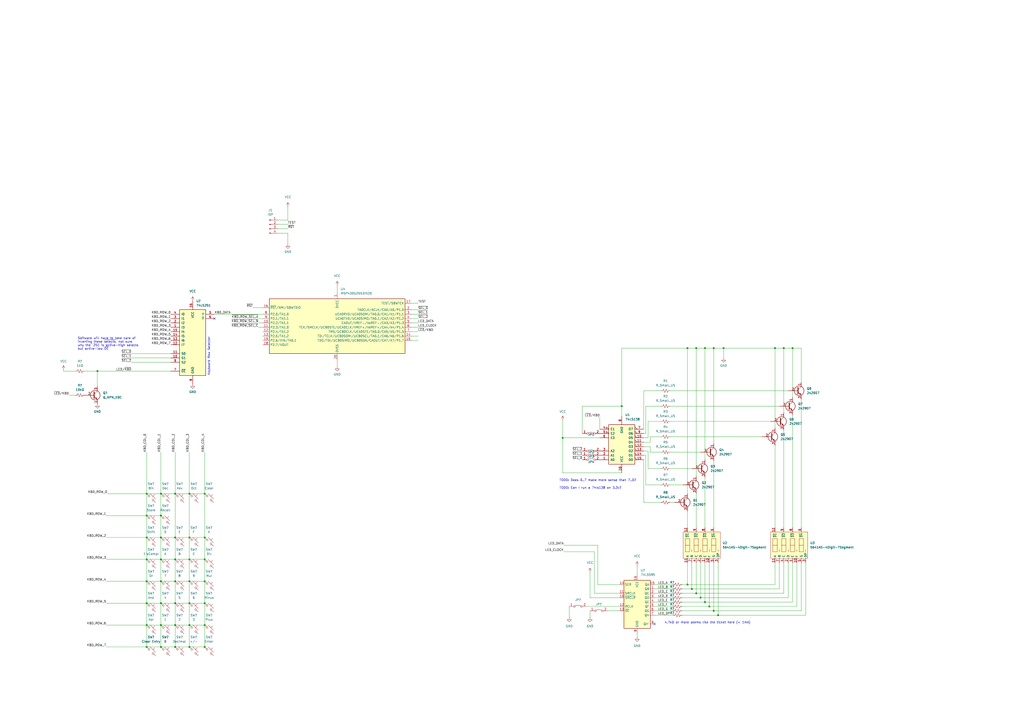
<source format=kicad_sch>
(kicad_sch (version 20211123) (generator eeschema)
  (paper "A2")
  (lib_symbols
    (symbol "5641AS:5641AS-4Digit-7Segment"
      (property "Reference" "U" (at 0 0 0))
      (property "Value" "5641AS-4Digit-7Segment" (at 0 0 0))
      (symbol "5641AS-4Digit-7Segment_0_1"
        (rectangle (start -7.62 -3.81) (end 7.62 -25.4) (fill (type background)))
        (polyline (pts (xy -3.81 -13.97) (xy -2.54 -13.97)))
        (polyline (pts (xy -3.81 -8.89) (xy -3.81 -8.89)))
        (polyline (pts (xy -3.81 -8.89) (xy -3.81 -8.89)))
        (polyline (pts (xy -3.81 -8.89) (xy -2.54 -8.89)))
        (polyline (pts (xy -2.54 -24.13) (xy -3.81 -24.13)))
        (polyline (pts (xy -2.54 -19.05) (xy -3.81 -19.05)))
        (polyline (pts (xy -2.54 -8.89) (xy -2.54 -8.89)))
        (polyline (pts (xy -2.54 -8.89) (xy -2.54 -8.89)))
        (polyline (pts (xy 0 -20.32) (xy 0 -22.86)))
        (polyline (pts (xy 0 -5.08) (xy 0 -7.62)))
        (polyline (pts (xy 3.81 -7.62) (xy 3.81 -6.35)))
        (polyline (pts (xy -3.81 -20.32) (xy -3.81 -22.86) (xy 3.81 -22.86) (xy 3.81 -20.32) (xy -3.81 -20.32)))
        (polyline (pts (xy 3.81 -7.62) (xy -3.81 -7.62) (xy -3.81 -6.35) (xy -3.81 -5.08) (xy 3.81 -5.08) (xy 3.81 -6.35)))
        (polyline (pts (xy -3.81 -15.24) (xy 3.81 -15.24) (xy 3.81 -17.78) (xy -3.81 -17.78) (xy -3.81 -15.24) (xy 0 -15.24) (xy 0 -17.78)))
        (polyline (pts (xy -3.81 -10.16) (xy 3.81 -10.16) (xy 3.81 -12.7) (xy -3.81 -12.7) (xy -3.81 -10.16) (xy 0 -10.16) (xy 0 -12.7)))
      )
      (symbol "5641AS-4Digit-7Segment_1_1"
        (pin input line (at -10.16 -16.51 0) (length 2.54) (name "E") (number "1"))
        (pin input line (at -10.16 -19.05 0) (length 2.54) (name "F") (number "10"))
        (pin input line (at -10.16 -6.35 0) (length 2.54) (name "A") (number "11"))
        (pin input line (at 10.16 -6.35 180) (length 2.54) (name "~{D1}") (number "12"))
        (pin input line (at -10.16 -13.97 0) (length 2.54) (name "D") (number "2"))
        (pin input line (at -10.16 -24.13 0) (length 2.54) (name "DP") (number "3"))
        (pin input line (at -10.16 -11.43 0) (length 2.54) (name "C") (number "4"))
        (pin input line (at -10.16 -21.59 0) (length 2.54) (name "G") (number "5"))
        (pin input line (at 10.16 -21.59 180) (length 2.54) (name "~{D4}") (number "6"))
        (pin input line (at -10.16 -8.89 0) (length 2.54) (name "B") (number "7"))
        (pin input line (at 10.16 -16.51 180) (length 2.54) (name "~{D3}") (number "8"))
        (pin input line (at 10.16 -11.43 180) (length 2.54) (name "~{D2}") (number "9"))
      )
    )
    (symbol "74xx:74LS138" (pin_names (offset 1.016))
      (property "Reference" "U" (at -7.62 11.43 0))
      (property "Value" "74LS138" (at -7.62 -13.97 0))
      (symbol "74LS138_1_0"
        (pin input line (at -12.7 7.62 0) (length 5.08) (name "A0") (number "1"))
        (pin output output_low (at 12.7 -5.08 180) (length 5.08) (name "O5") (number "10"))
        (pin output output_low (at 12.7 -2.54 180) (length 5.08) (name "O4") (number "11"))
        (pin output output_low (at 12.7 0 180) (length 5.08) (name "O3") (number "12"))
        (pin output output_low (at 12.7 2.54 180) (length 5.08) (name "O2") (number "13"))
        (pin output output_low (at 12.7 5.08 180) (length 5.08) (name "O1") (number "14"))
        (pin output output_low (at 12.7 7.62 180) (length 5.08) (name "O0") (number "15"))
        (pin power_in line (at 0 15.24 270) (length 5.08) (name "VCC") (number "16"))
        (pin input line (at -12.7 5.08 0) (length 5.08) (name "A1") (number "2"))
        (pin input line (at -12.7 2.54 0) (length 5.08) (name "A2") (number "3"))
        (pin input input_low (at -12.7 -10.16 0) (length 5.08) (name "E1") (number "4"))
        (pin input input_low (at -12.7 -7.62 0) (length 5.08) (name "E2") (number "5"))
        (pin input line (at -12.7 -5.08 0) (length 5.08) (name "E3") (number "6"))
        (pin output output_low (at 12.7 -10.16 180) (length 5.08) (name "O7") (number "7"))
        (pin power_in line (at 0 -17.78 90) (length 5.08) (name "GND") (number "8"))
        (pin output output_low (at 12.7 -7.62 180) (length 5.08) (name "O6") (number "9"))
      )
      (symbol "74LS138_1_1"
        (rectangle (start -7.62 10.16) (end 7.62 -12.7) (stroke (width 0.254)) (fill (type background)))
      )
    )
    (symbol "74xx:74LS251" (pin_names (offset 1.016))
      (property "Reference" "U" (at -7.62 19.05 0))
      (property "Value" "74LS251" (at -7.62 -21.59 0))
      (symbol "74LS251_1_0"
        (pin input line (at -12.7 7.62 0) (length 5.08) (name "I3") (number "1"))
        (pin input line (at -12.7 -10.16 0) (length 5.08) (name "S1") (number "10"))
        (pin input line (at -12.7 -7.62 0) (length 5.08) (name "S0") (number "11"))
        (pin input line (at -12.7 -2.54 0) (length 5.08) (name "I7") (number "12"))
        (pin input line (at -12.7 0 0) (length 5.08) (name "I6") (number "13"))
        (pin input line (at -12.7 2.54 0) (length 5.08) (name "I5") (number "14"))
        (pin input line (at -12.7 5.08 0) (length 5.08) (name "I4") (number "15"))
        (pin power_in line (at 0 22.86 270) (length 5.08) (name "VCC") (number "16"))
        (pin input line (at -12.7 10.16 0) (length 5.08) (name "I2") (number "2"))
        (pin input line (at -12.7 12.7 0) (length 5.08) (name "I1") (number "3"))
        (pin input line (at -12.7 15.24 0) (length 5.08) (name "I0") (number "4"))
        (pin tri_state line (at 12.7 15.24 180) (length 5.08) (name "Y") (number "5"))
        (pin tri_state line (at 12.7 12.7 180) (length 5.08) (name "~{Y}") (number "6"))
        (pin input line (at -12.7 -17.78 0) (length 5.08) (name "~{OE}") (number "7"))
        (pin power_in line (at 0 -25.4 90) (length 5.08) (name "GND") (number "8"))
        (pin input line (at -12.7 -12.7 0) (length 5.08) (name "S2") (number "9"))
      )
      (symbol "74LS251_1_1"
        (rectangle (start -7.62 17.78) (end 7.62 -20.32) (stroke (width 0.254)) (fill (type background)))
      )
    )
    (symbol "74xx:74LS595"
      (property "Reference" "U" (at -7.62 13.97 0))
      (property "Value" "74LS595" (at -7.62 -16.51 0))
      (symbol "74LS595_1_0"
        (pin tri_state line (at 10.16 7.62 180) (length 2.54) (name "QB") (number "1"))
        (pin input line (at -10.16 2.54 0) (length 2.54) (name "~{SRCLR}") (number "10"))
        (pin input line (at -10.16 5.08 0) (length 2.54) (name "SRCLK") (number "11"))
        (pin input line (at -10.16 -2.54 0) (length 2.54) (name "RCLK") (number "12"))
        (pin input line (at -10.16 -5.08 0) (length 2.54) (name "~{OE}") (number "13"))
        (pin input line (at -10.16 10.16 0) (length 2.54) (name "SER") (number "14"))
        (pin tri_state line (at 10.16 10.16 180) (length 2.54) (name "QA") (number "15"))
        (pin power_in line (at 0 15.24 270) (length 2.54) (name "VCC") (number "16"))
        (pin tri_state line (at 10.16 5.08 180) (length 2.54) (name "QC") (number "2"))
        (pin tri_state line (at 10.16 2.54 180) (length 2.54) (name "QD") (number "3"))
        (pin tri_state line (at 10.16 0 180) (length 2.54) (name "QE") (number "4"))
        (pin tri_state line (at 10.16 -2.54 180) (length 2.54) (name "QF") (number "5"))
        (pin tri_state line (at 10.16 -5.08 180) (length 2.54) (name "QG") (number "6"))
        (pin tri_state line (at 10.16 -7.62 180) (length 2.54) (name "QH") (number "7"))
        (pin power_in line (at 0 -17.78 90) (length 2.54) (name "GND") (number "8"))
        (pin output line (at 10.16 -12.7 180) (length 2.54) (name "QH'") (number "9"))
      )
      (symbol "74LS595_1_1"
        (rectangle (start -7.62 12.7) (end 7.62 -15.24) (stroke (width 0.254)) (fill (type background)))
      )
    )
    (symbol "Connector:Conn_01x04_Male" (pin_names (offset 1.016) hide)
      (property "Reference" "J" (at 0 5.08 0))
      (property "Value" "Conn_01x04_Male" (at 0 -7.62 0))
      (symbol "Conn_01x04_Male_1_1"
        (polyline (pts (xy 1.27 -5.08) (xy 0.8636 -5.08)) (stroke (width 0.1524)))
        (polyline (pts (xy 1.27 -2.54) (xy 0.8636 -2.54)) (stroke (width 0.1524)))
        (polyline (pts (xy 1.27 0) (xy 0.8636 0)) (stroke (width 0.1524)))
        (polyline (pts (xy 1.27 2.54) (xy 0.8636 2.54)) (stroke (width 0.1524)))
        (rectangle (start 0.8636 -4.953) (end 0 -5.207) (stroke (width 0.1524)) (fill (type outline)))
        (rectangle (start 0.8636 -2.413) (end 0 -2.667) (stroke (width 0.1524)) (fill (type outline)))
        (rectangle (start 0.8636 0.127) (end 0 -0.127) (stroke (width 0.1524)) (fill (type outline)))
        (rectangle (start 0.8636 2.667) (end 0 2.413) (stroke (width 0.1524)) (fill (type outline)))
        (pin passive line (at 5.08 2.54 180) (length 3.81) (name "Pin_1") (number "1"))
        (pin passive line (at 5.08 0 180) (length 3.81) (name "Pin_2") (number "2"))
        (pin passive line (at 5.08 -2.54 180) (length 3.81) (name "Pin_3") (number "3"))
        (pin passive line (at 5.08 -5.08 180) (length 3.81) (name "Pin_4") (number "4"))
      )
    )
    (symbol "Device:Q_NPN_EBC" (pin_names (offset 0) hide)
      (property "Reference" "Q" (at 5.08 1.27 0))
      (property "Value" "Q_NPN_EBC" (at 5.08 -1.27 0))
      (symbol "Q_NPN_EBC_0_1"
        (polyline (pts (xy 0.635 0.635) (xy 2.54 2.54)))
        (polyline (pts (xy 0.635 -0.635) (xy 2.54 -2.54) (xy 2.54 -2.54)))
        (polyline (pts (xy 0.635 1.905) (xy 0.635 -1.905) (xy 0.635 -1.905)) (stroke (width 0.508)))
        (polyline (pts (xy 1.27 -1.778) (xy 1.778 -1.27) (xy 2.286 -2.286) (xy 1.27 -1.778) (xy 1.27 -1.778)) (fill (type outline)))
        (circle (center 1.27 0) (radius 2.8194) (stroke (width 0.254)))
      )
      (symbol "Q_NPN_EBC_1_1"
        (pin passive line (at 2.54 -5.08 90) (length 2.54) (name "E") (number "1"))
        (pin passive line (at -5.08 0 0) (length 5.715) (name "B") (number "2"))
        (pin passive line (at 2.54 5.08 270) (length 2.54) (name "C") (number "3"))
      )
    )
    (symbol "Device:Q_PNP_CBE" (pin_names (offset 0) hide)
      (property "Reference" "Q" (at 5.08 1.27 0))
      (property "Value" "Q_PNP_CBE" (at 5.08 -1.27 0))
      (symbol "Q_PNP_CBE_0_1"
        (polyline (pts (xy 0.635 0.635) (xy 2.54 2.54)))
        (polyline (pts (xy 0.635 -0.635) (xy 2.54 -2.54) (xy 2.54 -2.54)))
        (polyline (pts (xy 0.635 1.905) (xy 0.635 -1.905) (xy 0.635 -1.905)) (stroke (width 0.508)))
        (polyline (pts (xy 2.286 -1.778) (xy 1.778 -2.286) (xy 1.27 -1.27) (xy 2.286 -1.778) (xy 2.286 -1.778)) (fill (type outline)))
        (circle (center 1.27 0) (radius 2.8194) (stroke (width 0.254)))
      )
      (symbol "Q_PNP_CBE_1_1"
        (pin passive line (at 2.54 5.08 270) (length 2.54) (name "C") (number "1"))
        (pin input line (at -5.08 0 0) (length 5.715) (name "B") (number "2"))
        (pin passive line (at 2.54 -5.08 90) (length 2.54) (name "E") (number "3"))
      )
    )
    (symbol "Device:R_Small_US" (pin_numbers hide) (pin_names (offset 0.254) hide)
      (property "Reference" "R" (at 0.762 0.508 0))
      (property "Value" "R_Small_US" (at 0.762 -1.016 0))
      (symbol "R_Small_US_1_1"
        (polyline (pts (xy 0 0) (xy 1.016 -0.381) (xy 0 -0.762) (xy -1.016 -1.143) (xy 0 -1.524)))
        (polyline (pts (xy 0 1.524) (xy 1.016 1.143) (xy 0 0.762) (xy -1.016 0.381) (xy 0 0)))
        (pin passive line (at 0 2.54 270) (length 1.016) (name "~") (number "1"))
        (pin passive line (at 0 -2.54 90) (length 1.016) (name "~") (number "2"))
      )
    )
    (symbol "Jumper:Jumper_2_Bridged" (pin_names (offset 0) hide)
      (property "Reference" "JP" (at 0 1.905 0))
      (property "Value" "Jumper_2_Bridged" (at 0 -2.54 0))
      (symbol "Jumper_2_Bridged_0_0"
        (circle (center -2.032 0) (radius 0.508))
        (circle (center 2.032 0) (radius 0.508))
      )
      (symbol "Jumper_2_Bridged_0_1"
        (arc (start 1.524 0.254) (mid 0 0.762) (end -1.524 0.254))
      )
      (symbol "Jumper_2_Bridged_1_1"
        (pin passive line (at -5.08 0 0) (length 2.54) (name "A") (number "1"))
        (pin passive line (at 5.08 0 180) (length 2.54) (name "B") (number "2"))
      )
    )
    (symbol "MCU_Texas_MSP430:MSP430G2553IN20"
      (property "Reference" "U" (at -38.1 17.78 0))
      (property "Value" "MSP430G2553IN20" (at 31.75 -16.51 0))
      (symbol "MSP430G2553IN20_0_1"
        (rectangle (start -39.37 16.51) (end 39.37 -15.24) (stroke (width 0.254)) (fill (type background)))
      )
      (symbol "MSP430G2553IN20_1_1"
        (pin power_in line (at 0 20.32 270) (length 3.81) (name "DVCC") (number "1"))
        (pin bidirectional line (at -43.18 2.54 0) (length 3.81) (name "P2.2/TA1.1") (number "10"))
        (pin bidirectional line (at -43.18 0 0) (length 3.81) (name "P2.3/TA1.0") (number "11"))
        (pin bidirectional line (at -43.18 -2.54 0) (length 3.81) (name "P2.4/TA1.2") (number "12"))
        (pin bidirectional line (at -43.18 -5.08 0) (length 3.81) (name "P2.5/TA1.2") (number "13"))
        (pin bidirectional line (at 43.18 -5.08 180) (length 3.81) (name "TDI/TCLK/UCB0SOMI/UCB0SCL/TA0.1/CA6/A6/P1.6") (number "14"))
        (pin bidirectional line (at 43.18 -7.62 180) (length 3.81) (name "TDO/TDI/UCB0SIMO/UCB0SDA/CAOUT/CA7/A7/P1.7") (number "15"))
        (pin input line (at -43.18 11.43 0) (length 3.81) (name "~{RST}/NMI/SBWTDIO") (number "16"))
        (pin input line (at 43.18 13.97 180) (length 3.81) (name "TEST/SBWTCK") (number "17"))
        (pin bidirectional line (at -43.18 -10.16 0) (length 3.81) (name "P2.7/XOUT") (number "18"))
        (pin bidirectional line (at -43.18 -7.62 0) (length 3.81) (name "P2.6/XIN/TA0.1") (number "19"))
        (pin bidirectional line (at 43.18 10.16 180) (length 3.81) (name "TA0CLK/ACLK/CA0/A0/P1.0") (number "2"))
        (pin power_in line (at 0 -19.05 90) (length 3.81) (name "DVSS") (number "20"))
        (pin bidirectional line (at 43.18 7.62 180) (length 3.81) (name "UCA0RXD/UCA0SOMI/TA0.0/CA1/A1/P1.1") (number "3"))
        (pin bidirectional line (at 43.18 5.08 180) (length 3.81) (name "UCA0TXD/UCA0SIMO/TA0.1/CA2/A2/P1.2") (number "4"))
        (pin bidirectional line (at 43.18 2.54 180) (length 3.81) (name "CAOUT/VREF-/VeREF-/CA3/A3/P1.3") (number "5"))
        (pin bidirectional line (at 43.18 0 180) (length 3.81) (name "TCK/SMCLK/UCB0STE/UCA0CLK/VREF+/VeREF+/CA4/A4/P1.4") (number "6"))
        (pin bidirectional line (at 43.18 -2.54 180) (length 3.81) (name "TMS/UCB0CLK/UCA0STE/TA0.0/CA5/A5/P1.5") (number "7"))
        (pin bidirectional line (at -43.18 7.62 0) (length 3.81) (name "P2.0/TA1.0") (number "8"))
        (pin bidirectional line (at -43.18 5.08 0) (length 3.81) (name "P2.1/TA1.1") (number "9"))
      )
    )
    (symbol "Switch:SW_Push_45deg" (pin_numbers hide) (pin_names (offset 1.016) hide)
      (property "Reference" "SW" (at 3.048 1.016 0))
      (property "Value" "SW_Push_45deg" (at 0 -3.81 0))
      (symbol "SW_Push_45deg_0_1"
        (circle (center -1.1684 1.1684) (radius 0.508))
        (polyline (pts (xy -0.508 2.54) (xy 2.54 -0.508)))
        (polyline (pts (xy 1.016 1.016) (xy 2.032 2.032)))
        (polyline (pts (xy -2.54 2.54) (xy -1.524 1.524) (xy -1.524 1.524)))
        (polyline (pts (xy 1.524 -1.524) (xy 2.54 -2.54) (xy 2.54 -2.54) (xy 2.54 -2.54)))
        (circle (center 1.143 -1.1938) (radius 0.508))
        (pin passive line (at -2.54 2.54 0) (length 0) (name "1") (number "1"))
        (pin passive line (at 2.54 -2.54 180) (length 0) (name "2") (number "2"))
      )
    )
    (symbol "power:GND" (power) (pin_names (offset 0))
      (property "Value" "GND" (at 0 -3.81 0))
      (symbol "GND_0_1"
        (polyline (pts (xy 0 0) (xy 0 -1.27) (xy 1.27 -1.27) (xy 0 -2.54) (xy -1.27 -1.27) (xy 0 -1.27)))
      )
      (symbol "GND_1_1"
        (pin power_in line (at 0 0 270) (length 0) hide (name "GND") (number "1"))
      )
    )
    (symbol "power:VCC" (power) (pin_names (offset 0))
      (property "Value" "VCC" (at 0 3.81 0))
      (symbol "VCC_0_1"
        (polyline (pts (xy -0.762 1.27) (xy 0 2.54)))
        (polyline (pts (xy 0 0) (xy 0 2.54)))
        (polyline (pts (xy 0 2.54) (xy 0.762 1.27)))
      )
      (symbol "VCC_1_1"
        (pin power_in line (at 0 0 90) (length 0) hide (name "VCC") (number "1"))
      )
    )
  )
  (junction (at 118.745 349.885))
  (junction (at 85.09 349.885))
  (junction (at 118.745 324.485))
  (junction (at 408.94 201.93))
  (junction (at 118.745 362.585))
  (junction (at 416.56 356.87))
  (junction (at 56.515 215.265))
  (junction (at 93.345 337.185))
  (junction (at 93.345 324.485))
  (junction (at 454.66 201.93))
  (junction (at 101.6 375.285))
  (junction (at 93.345 362.585))
  (junction (at 419.735 201.93))
  (junction (at 85.09 324.485))
  (junction (at 93.345 311.785))
  (junction (at 85.09 362.585))
  (junction (at 408.94 349.25))
  (junction (at 401.32 341.63))
  (junction (at 101.6 286.385))
  (junction (at 449.58 201.93))
  (junction (at 85.09 337.185))
  (junction (at 85.09 299.085))
  (junction (at 118.745 311.785))
  (junction (at 101.6 311.785))
  (junction (at 93.345 299.085))
  (junction (at 459.74 201.93))
  (junction (at 109.855 349.885))
  (junction (at 403.86 201.93))
  (junction (at 93.345 375.285))
  (junction (at 406.4 346.71))
  (junction (at 85.09 375.285))
  (junction (at 109.855 337.185))
  (junction (at 411.48 351.79))
  (junction (at 403.86 344.17))
  (junction (at 109.855 286.385))
  (junction (at 101.6 362.585))
  (junction (at 118.745 286.385))
  (junction (at 118.745 375.285))
  (junction (at 398.78 201.93))
  (junction (at 109.855 324.485))
  (junction (at 101.6 349.885))
  (junction (at 101.6 337.185))
  (junction (at 360.68 235.585))
  (junction (at 118.745 337.185))
  (junction (at 93.345 349.885))
  (junction (at 398.78 339.09))
  (junction (at 109.855 375.285))
  (junction (at 414.02 201.93))
  (junction (at 414.02 354.33))
  (junction (at 85.09 311.785))
  (junction (at 326.39 254))
  (junction (at 93.345 286.385))
  (junction (at 101.6 324.485))
  (junction (at 109.855 311.785))
  (junction (at 85.09 286.385))
  (junction (at 109.855 362.585))
  (no_connect (at 124.46 184.785))
  (no_connect (at 379.73 361.95))
  (wire (pts (xy 374.65 251.46) (xy 374.65 235.585)))
  (wire (pts (xy 93.345 299.085) (xy 93.345 311.785)))
  (wire (pts (xy 377.19 256.54) (xy 377.19 253.365)))
  (wire (pts (xy 101.6 362.585) (xy 109.855 362.585)))
  (wire (pts (xy 61.595 324.485) (xy 85.09 324.485)))
  (wire (pts (xy 449.58 201.93) (xy 419.735 201.93)))
  (wire (pts (xy 85.09 311.785) (xy 85.09 324.485)))
  (wire (pts (xy 457.2 346.71) (xy 457.2 326.39)))
  (wire (pts (xy 109.855 311.785) (xy 118.745 311.785)))
  (wire (pts (xy 403.86 201.93) (xy 408.94 201.93)))
  (wire (pts (xy 414.02 354.33) (xy 464.82 354.33)))
  (wire (pts (xy 342.265 332.105) (xy 342.265 346.71)))
  (wire (pts (xy 118.745 324.485) (xy 118.745 337.185)))
  (wire (pts (xy 85.09 286.385) (xy 85.09 299.085)))
  (wire (pts (xy 408.94 349.25) (xy 459.74 349.25)))
  (wire (pts (xy 149.86 187.325) (xy 152.4 187.325)))
  (wire (pts (xy 346.71 316.23) (xy 346.71 339.09)))
  (wire (pts (xy 109.855 362.585) (xy 118.745 362.585)))
  (wire (pts (xy 459.74 349.25) (xy 459.74 326.39)))
  (wire (pts (xy 93.345 324.485) (xy 101.6 324.485)))
  (wire (pts (xy 62.23 286.385) (xy 85.09 286.385)))
  (wire (pts (xy 101.6 286.385) (xy 101.6 311.785)))
  (wire (pts (xy 85.09 286.385) (xy 93.345 286.385)))
  (wire (pts (xy 388.62 281.305) (xy 396.24 281.305)))
  (wire (pts (xy 118.745 337.185) (xy 118.745 349.885)))
  (wire (pts (xy 337.82 251.46) (xy 337.82 235.585)))
  (wire (pts (xy 379.73 354.33) (xy 390.525 354.33)))
  (wire (pts (xy 93.345 337.185) (xy 101.6 337.185)))
  (wire (pts (xy 408.94 201.93) (xy 414.02 201.93)))
  (wire (pts (xy 109.855 349.885) (xy 118.745 349.885)))
  (wire (pts (xy 416.56 356.87) (xy 416.56 326.39)))
  (wire (pts (xy 238.76 197.485) (xy 242.57 197.485)))
  (wire (pts (xy 124.46 182.245) (xy 152.4 182.245)))
  (wire (pts (xy 238.76 187.325) (xy 242.57 187.325)))
  (wire (pts (xy 411.48 351.79) (xy 411.48 326.39)))
  (wire (pts (xy 379.73 351.79) (xy 390.525 351.79)))
  (wire (pts (xy 195.58 208.915) (xy 195.58 212.725)))
  (wire (pts (xy 118.745 311.785) (xy 118.745 324.485)))
  (wire (pts (xy 238.76 175.895) (xy 242.57 175.895)))
  (wire (pts (xy 377.19 259.08) (xy 373.38 259.08)))
  (wire (pts (xy 373.38 226.695) (xy 383.54 226.695)))
  (wire (pts (xy 388.62 291.465) (xy 391.16 291.465)))
  (wire (pts (xy 109.855 337.185) (xy 109.855 349.885)))
  (wire (pts (xy 374.65 281.305) (xy 374.65 264.16)))
  (wire (pts (xy 383.54 271.78) (xy 375.92 271.78)))
  (wire (pts (xy 330.2 351.79) (xy 330.2 358.14)))
  (wire (pts (xy 416.56 356.87) (xy 467.36 356.87)))
  (wire (pts (xy 408.94 201.93) (xy 408.94 266.7)))
  (wire (pts (xy 388.62 235.585) (xy 452.12 235.585)))
  (wire (pts (xy 374.65 235.585) (xy 383.54 235.585)))
  (wire (pts (xy 388.62 271.78) (xy 401.32 271.78)))
  (wire (pts (xy 401.32 341.63) (xy 401.32 326.39)))
  (wire (pts (xy 395.605 344.17) (xy 403.86 344.17)))
  (wire (pts (xy 406.4 346.71) (xy 457.2 346.71)))
  (wire (pts (xy 337.82 235.585) (xy 360.68 235.585)))
  (wire (pts (xy 377.19 253.365) (xy 383.54 253.365)))
  (wire (pts (xy 388.62 253.365) (xy 441.96 253.365)))
  (wire (pts (xy 403.86 286.385) (xy 403.86 306.07)))
  (wire (pts (xy 109.855 286.385) (xy 109.855 311.785)))
  (wire (pts (xy 395.605 356.87) (xy 416.56 356.87)))
  (wire (pts (xy 109.855 375.285) (xy 118.745 375.285)))
  (wire (pts (xy 167.005 141.605) (xy 167.005 135.255)))
  (wire (pts (xy 395.605 341.63) (xy 401.32 341.63)))
  (wire (pts (xy 238.76 179.705) (xy 242.57 179.705)))
  (wire (pts (xy 383.54 281.305) (xy 374.65 281.305)))
  (wire (pts (xy 379.73 346.71) (xy 390.525 346.71)))
  (wire (pts (xy 369.57 328.295) (xy 369.57 334.01)))
  (wire (pts (xy 360.68 201.93) (xy 398.78 201.93)))
  (wire (pts (xy 452.12 341.63) (xy 452.12 326.39)))
  (wire (pts (xy 462.28 351.79) (xy 462.28 326.39)))
  (wire (pts (xy 327.025 316.23) (xy 346.71 316.23)))
  (wire (pts (xy 93.345 324.485) (xy 93.345 337.185)))
  (wire (pts (xy 85.09 299.085) (xy 85.09 311.785)))
  (wire (pts (xy 93.345 311.785) (xy 101.6 311.785)))
  (wire (pts (xy 101.6 311.785) (xy 101.6 324.485)))
  (wire (pts (xy 161.29 130.175) (xy 167.005 130.175)))
  (wire (pts (xy 93.345 262.255) (xy 93.345 286.385)))
  (wire (pts (xy 395.605 346.71) (xy 406.4 346.71)))
  (wire (pts (xy 360.68 241.3) (xy 360.68 235.585)))
  (wire (pts (xy 238.76 189.865) (xy 242.57 189.865)))
  (wire (pts (xy 375.92 254) (xy 375.92 244.475)))
  (wire (pts (xy 109.855 262.255) (xy 109.855 286.385)))
  (wire (pts (xy 167.005 135.255) (xy 161.29 135.255)))
  (wire (pts (xy 85.09 337.185) (xy 85.09 349.885)))
  (wire (pts (xy 375.92 244.475) (xy 383.54 244.475)))
  (wire (pts (xy 373.38 248.92) (xy 373.38 226.695)))
  (wire (pts (xy 101.6 324.485) (xy 101.6 337.185)))
  (wire (pts (xy 344.805 320.04) (xy 344.805 344.17)))
  (wire (pts (xy 109.855 324.485) (xy 118.745 324.485)))
  (wire (pts (xy 101.6 362.585) (xy 101.6 375.285)))
  (wire (pts (xy 93.345 362.585) (xy 93.345 375.285)))
  (wire (pts (xy 93.345 349.885) (xy 101.6 349.885)))
  (wire (pts (xy 401.32 341.63) (xy 452.12 341.63)))
  (wire (pts (xy 398.78 296.545) (xy 398.78 306.07)))
  (wire (pts (xy 101.6 324.485) (xy 109.855 324.485)))
  (wire (pts (xy 61.595 375.285) (xy 85.09 375.285)))
  (wire (pts (xy 118.745 349.885) (xy 118.745 362.585)))
  (wire (pts (xy 149.86 184.785) (xy 152.4 184.785)))
  (wire (pts (xy 403.86 344.17) (xy 403.86 326.39)))
  (wire (pts (xy 109.855 362.585) (xy 109.855 375.285)))
  (wire (pts (xy 411.48 351.79) (xy 462.28 351.79)))
  (wire (pts (xy 36.83 214.63) (xy 36.83 215.265)))
  (wire (pts (xy 406.4 346.71) (xy 406.4 326.39)))
  (wire (pts (xy 61.595 349.885) (xy 85.09 349.885)))
  (wire (pts (xy 449.58 339.09) (xy 449.58 326.39)))
  (wire (pts (xy 109.855 349.885) (xy 109.855 362.585)))
  (wire (pts (xy 398.78 326.39) (xy 398.78 339.09)))
  (wire (pts (xy 464.82 231.775) (xy 464.82 306.07)))
  (wire (pts (xy 459.74 240.665) (xy 459.74 306.07)))
  (wire (pts (xy 109.855 337.185) (xy 118.745 337.185)))
  (wire (pts (xy 379.73 341.63) (xy 390.525 341.63)))
  (wire (pts (xy 464.82 201.93) (xy 459.74 201.93)))
  (wire (pts (xy 85.09 349.885) (xy 85.09 362.585)))
  (wire (pts (xy 93.345 311.785) (xy 93.345 324.485)))
  (wire (pts (xy 76.2 210.185) (xy 99.06 210.185)))
  (wire (pts (xy 85.09 362.585) (xy 93.345 362.585)))
  (wire (pts (xy 408.94 349.25) (xy 408.94 326.39)))
  (wire (pts (xy 85.09 375.285) (xy 93.345 375.285)))
  (wire (pts (xy 85.09 262.255) (xy 85.09 286.385)))
  (wire (pts (xy 327.025 320.04) (xy 344.805 320.04)))
  (wire (pts (xy 61.595 337.185) (xy 85.09 337.185)))
  (wire (pts (xy 61.595 362.585) (xy 85.09 362.585)))
  (wire (pts (xy 101.6 311.785) (xy 109.855 311.785)))
  (wire (pts (xy 459.74 201.93) (xy 454.66 201.93)))
  (wire (pts (xy 377.19 262.255) (xy 377.19 259.08)))
  (wire (pts (xy 395.605 351.79) (xy 411.48 351.79)))
  (wire (pts (xy 373.38 266.7) (xy 373.38 291.465)))
  (wire (pts (xy 109.855 324.485) (xy 109.855 337.185)))
  (wire (pts (xy 346.71 339.09) (xy 359.41 339.09)))
  (wire (pts (xy 118.745 362.585) (xy 118.745 375.285)))
  (wire (pts (xy 118.745 262.255) (xy 118.745 286.385)))
  (wire (pts (xy 454.66 249.555) (xy 454.66 306.07)))
  (wire (pts (xy 101.6 337.185) (xy 101.6 349.885)))
  (wire (pts (xy 76.2 207.645) (xy 99.06 207.645)))
  (wire (pts (xy 118.745 286.385) (xy 118.745 311.785)))
  (wire (pts (xy 93.345 286.385) (xy 101.6 286.385)))
  (wire (pts (xy 167.005 127.635) (xy 161.29 127.635)))
  (wire (pts (xy 373.38 251.46) (xy 374.65 251.46)))
  (wire (pts (xy 414.02 201.93) (xy 419.735 201.93)))
  (wire (pts (xy 360.68 274.32) (xy 326.39 274.32)))
  (wire (pts (xy 101.6 286.385) (xy 109.855 286.385)))
  (wire (pts (xy 360.68 235.585) (xy 360.68 201.93)))
  (wire (pts (xy 449.58 258.445) (xy 449.58 306.07)))
  (wire (pts (xy 101.6 262.255) (xy 101.6 286.385)))
  (wire (pts (xy 419.735 201.93) (xy 419.735 207.645)))
  (wire (pts (xy 379.73 339.09) (xy 390.525 339.09)))
  (wire (pts (xy 85.09 362.585) (xy 85.09 375.285)))
  (wire (pts (xy 238.76 194.945) (xy 242.57 194.945)))
  (wire (pts (xy 467.36 356.87) (xy 467.36 326.39)))
  (wire (pts (xy 85.09 311.785) (xy 93.345 311.785)))
  (wire (pts (xy 326.39 254) (xy 347.98 254)))
  (wire (pts (xy 149.86 189.865) (xy 152.4 189.865)))
  (wire (pts (xy 56.515 215.265) (xy 99.06 215.265)))
  (wire (pts (xy 109.855 311.785) (xy 109.855 324.485)))
  (wire (pts (xy 395.605 339.09) (xy 398.78 339.09)))
  (wire (pts (xy 109.855 286.385) (xy 118.745 286.385)))
  (wire (pts (xy 36.83 215.265) (xy 43.815 215.265)))
  (wire (pts (xy 101.6 349.885) (xy 109.855 349.885)))
  (wire (pts (xy 414.02 267.335) (xy 414.02 306.07)))
  (wire (pts (xy 395.605 354.33) (xy 414.02 354.33)))
  (wire (pts (xy 238.76 182.245) (xy 242.57 182.245)))
  (wire (pts (xy 40.005 229.235) (xy 43.815 229.235)))
  (wire (pts (xy 464.82 354.33) (xy 464.82 326.39)))
  (wire (pts (xy 403.86 344.17) (xy 454.66 344.17)))
  (wire (pts (xy 383.54 262.255) (xy 377.19 262.255)))
  (wire (pts (xy 101.6 337.185) (xy 109.855 337.185)))
  (wire (pts (xy 373.38 291.465) (xy 383.54 291.465)))
  (wire (pts (xy 388.62 226.695) (xy 457.2 226.695)))
  (wire (pts (xy 146.685 178.435) (xy 152.4 178.435)))
  (wire (pts (xy 388.62 262.255) (xy 406.4 262.255)))
  (wire (pts (xy 374.65 264.16) (xy 373.38 264.16)))
  (wire (pts (xy 238.76 184.785) (xy 242.57 184.785)))
  (wire (pts (xy 395.605 349.25) (xy 408.94 349.25)))
  (wire (pts (xy 56.515 215.265) (xy 56.515 224.155)))
  (wire (pts (xy 85.09 337.185) (xy 93.345 337.185)))
  (wire (pts (xy 85.09 324.485) (xy 85.09 337.185)))
  (wire (pts (xy 408.94 276.86) (xy 408.94 306.07)))
  (wire (pts (xy 93.345 362.585) (xy 101.6 362.585)))
  (wire (pts (xy 347.98 241.935) (xy 347.98 248.92)))
  (wire (pts (xy 375.92 271.78) (xy 375.92 261.62)))
  (wire (pts (xy 93.345 349.885) (xy 93.345 362.585)))
  (wire (pts (xy 101.6 349.885) (xy 101.6 362.585)))
  (wire (pts (xy 398.78 339.09) (xy 449.58 339.09)))
  (wire (pts (xy 388.62 244.475) (xy 447.04 244.475)))
  (wire (pts (xy 352.425 354.33) (xy 359.41 354.33)))
  (wire (pts (xy 101.6 375.285) (xy 109.855 375.285)))
  (wire (pts (xy 449.58 201.93) (xy 449.58 248.285)))
  (wire (pts (xy 369.57 367.03) (xy 369.57 369.57)))
  (wire (pts (xy 85.09 299.085) (xy 93.345 299.085)))
  (wire (pts (xy 61.595 311.785) (xy 85.09 311.785)))
  (wire (pts (xy 238.76 192.405) (xy 242.57 192.405)))
  (wire (pts (xy 342.265 346.71) (xy 359.41 346.71)))
  (wire (pts (xy 93.345 375.285) (xy 101.6 375.285)))
  (wire (pts (xy 375.92 261.62) (xy 373.38 261.62)))
  (wire (pts (xy 373.38 256.54) (xy 377.19 256.54)))
  (wire (pts (xy 379.73 356.87) (xy 390.525 356.87)))
  (wire (pts (xy 379.73 344.17) (xy 390.525 344.17)))
  (wire (pts (xy 379.73 349.25) (xy 390.525 349.25)))
  (wire (pts (xy 161.29 132.715) (xy 167.005 132.715)))
  (wire (pts (xy 454.66 326.39) (xy 454.66 344.17)))
  (wire (pts (xy 342.265 354.33) (xy 342.265 358.14)))
  (wire (pts (xy 61.595 299.085) (xy 85.09 299.085)))
  (wire (pts (xy 326.39 274.32) (xy 326.39 254)))
  (wire (pts (xy 454.66 201.93) (xy 449.58 201.93)))
  (wire (pts (xy 454.66 201.93) (xy 454.66 239.395)))
  (wire (pts (xy 403.86 276.225) (xy 403.86 201.93)))
  (wire (pts (xy 195.58 165.735) (xy 195.58 169.545)))
  (wire (pts (xy 398.78 286.385) (xy 398.78 201.93)))
  (wire (pts (xy 76.2 205.105) (xy 99.06 205.105)))
  (wire (pts (xy 48.895 215.265) (xy 56.515 215.265)))
  (wire (pts (xy 93.345 286.385) (xy 93.345 299.085)))
  (wire (pts (xy 373.38 254) (xy 375.92 254)))
  (wire (pts (xy 398.78 201.93) (xy 403.86 201.93)))
  (wire (pts (xy 340.36 351.79) (xy 359.41 351.79)))
  (wire (pts (xy 344.805 344.17) (xy 359.41 344.17)))
  (wire (pts (xy 414.02 257.175) (xy 414.02 201.93)))
  (wire (pts (xy 167.005 120.015) (xy 167.005 127.635)))
  (wire (pts (xy 85.09 324.485) (xy 93.345 324.485)))
  (wire (pts (xy 326.39 243.84) (xy 326.39 254)))
  (wire (pts (xy 459.74 201.93) (xy 459.74 230.505)))
  (wire (pts (xy 93.345 337.185) (xy 93.345 349.885)))
  (wire (pts (xy 464.82 221.615) (xy 464.82 201.93)))
  (wire (pts (xy 85.09 349.885) (xy 93.345 349.885)))
  (wire (pts (xy 414.02 354.33) (xy 414.02 326.39)))
  (text "TODO: Does 0..7 make more sense than 7..0?" (at 324.485 279.4 0) (effects (font (size 1.27 1.27)) (justify left bottom)))
  (text "Keyboard Row Selector" (at 121.92 217.805 90) (effects (font (size 1.27 1.27)) (justify left bottom)))
  (text "TODO: Can I run a 74ls138 on 3.3v?" (at 324.485 283.845 0) (effects (font (size 1.27 1.27)) (justify left bottom)))
  (text "4.7kΩ or more seems like the ticket here (< 1mA)" (at 385.445 361.95 0) (effects (font (size 1.27 1.27)) (justify left bottom)))
  (text "Software will have to take care of\ninverting these ~{selects}, not sure\nwhy the '251 is active-high selects\nbut active-low ~{OE}" (at 45.085 203.2 0) (effects (font (size 1.27 1.27)) (justify left bottom)))
  (label "~{SEL_1}" (at 337.82 264.16 180))
  (label "LED_G" (at 381.635 354.33 0))
  (label "TEST" (at 242.57 175.895 0))
  (label "~{SEL_1}" (at 76.2 207.645 180))
  (label "~{LED}{slash}KBD" (at 40.005 229.235 180))
  (label "KBD_COL_2" (at 101.6 262.255 90))
  (label "KBD_ROW_4" (at 61.595 337.185 180))
  (label "KBD_ROW_2" (at 61.595 311.785 180))
  (label "KBD_ROW_1" (at 61.595 299.085 180))
  (label "KBD_ROW_2" (at 99.06 187.325 180))
  (label "LED{slash}~{KBD}" (at 76.2 215.265 180))
  (label "LED_DATA" (at 327.025 316.23 180))
  (label "KBD_COL_4" (at 118.745 262.255 90))
  (label "~{SEL_0}" (at 242.57 179.705 0))
  (label "LED_DP" (at 381.635 356.87 0))
  (label "~{LED}{slash}KBD" (at 242.57 192.405 0))
  (label "KBD_ROW_6" (at 61.595 362.585 180))
  (label "KBD_ROW_7" (at 99.06 200.025 180))
  (label "KBD_ROW_5" (at 99.06 194.945 180))
  (label "LED_E" (at 381.635 349.25 0))
  (label "~{SEL_2}" (at 76.2 210.185 180))
  (label "LED_B" (at 381.635 341.63 0))
  (label "KBD_ROW_0" (at 62.23 286.385 180))
  (label "LED_F" (at 381.635 351.79 0))
  (label "KBD_ROW_4" (at 99.06 192.405 180))
  (label "KBD_ROW_7" (at 61.595 375.285 180))
  (label "~{KBD_ROW_SEL_A}" (at 149.86 184.785 180))
  (label "KBD_ROW_6" (at 99.06 197.485 180))
  (label "KBD_ROW_5" (at 61.595 349.885 180))
  (label "~{SEL_0}" (at 76.2 205.105 180))
  (label "~{KBD_ROW_SEL_B}" (at 149.86 187.325 180))
  (label "LED_DATA" (at 242.57 187.325 0))
  (label "KBD_COL_3" (at 109.855 262.255 90))
  (label "KBD_DATA" (at 124.46 182.245 0))
  (label "~{SEL_2}" (at 242.57 184.785 0))
  (label "~{RST}" (at 167.005 132.715 0))
  (label "LED_CLOCK" (at 327.025 320.04 180))
  (label "KBD_ROW_1" (at 99.06 184.785 180))
  (label "LED_CLOCK" (at 242.57 189.865 0))
  (label "KBD_ROW_3" (at 61.595 324.485 180))
  (label "~{KBD_ROW_SEL_C}" (at 149.86 189.865 180))
  (label "KBD_ROW_0" (at 99.06 182.245 180))
  (label "~{SEL_0}" (at 337.82 266.7 180))
  (label "LED_C" (at 381.635 344.17 0))
  (label "KBD_ROW_3" (at 99.06 189.865 180))
  (label "TEST" (at 167.005 130.175 0))
  (label "KBD_COL_0" (at 85.09 262.255 90))
  (label "LED_A" (at 381.635 339.09 0))
  (label "KBD_COL_1" (at 93.345 262.255 90))
  (label "~{LED}{slash}KBD" (at 347.98 241.935 180))
  (label "~{SEL_2}" (at 337.82 261.62 180))
  (label "~{SEL_1}" (at 242.57 182.245 0))
  (label "LED_D" (at 381.635 346.71 0))
  (label "~{RST}" (at 146.685 178.435 180))
  (symbol (lib_id "Jumper:Jumper_2_Bridged") (at 347.345 354.33 0) (unit 1)
    (property "Reference" "JP?" (at 347.345 350.52 0))
    (property "Value" "Jumper_2_Bridged" (effects hide))
  )
  (symbol (lib_id "Switch:SW_Push_45deg") (at 87.63 352.425 0) (unit 1)
    (property "Reference" "SW?" (at 87.63 344.17 0))
    (property "Value" "And" (at 87.63 346.71 0))
  )
  (symbol (lib_id "Device:Q_PNP_CBE") (at 462.28 226.695 0) (unit 1)
    (property "Reference" "Q8" (at 467.995 225.4249 0) (effects (justify left)))
    (property "Value" "2n2907" (at 467.995 227.9649 0) (effects (justify left)))
    (property "Footprint" "Package_TO_SOT_THT:TO-92_Inline" (effects hide))
  )
  (symbol (lib_id "Switch:SW_Push_45deg") (at 104.14 339.725 0) (unit 1)
    (property "Reference" "SW?" (at 104.14 331.47 0))
    (property "Value" "8" (at 104.14 334.01 0))
  )
  (symbol (lib_id "Switch:SW_Push_45deg") (at 112.395 339.725 0) (unit 1)
    (property "Reference" "SW?" (at 112.395 331.47 0))
    (property "Value" "9" (at 112.395 334.01 0))
  )
  (symbol (lib_id "5641AS:5641AS-4Digit-7Segment") (at 443.23 316.23 90) (unit 1)
    (property "Reference" "U3" (at 469.9 314.9599 90) (effects (justify right)))
    (property "Value" "5641AS-4Digit-7Segment" (at 469.9 317.4999 90) (effects (justify right)))
    (property "Footprint" "5641AS:5641AS_THT" (effects hide))
  )
  (symbol (lib_id "Device:R_Small_US") (at 393.065 351.79 90) (unit 1)
    (property "Reference" "R?" (at 389.89 350.52 90))
    (property "Value" "R_Small_US" (effects hide))
  )
  (symbol (lib_id "Connector:Conn_01x04_Male") (at 156.21 130.175 0) (unit 1)
    (property "Reference" "J1" (at 156.845 121.92 0))
    (property "Value" "ISP" (at 156.845 124.46 0))
    (property "Footprint" "Connector_PinHeader_2.54mm:PinHeader_1x04_P2.54mm_Vertical" (effects hide))
  )
  (symbol (lib_id "Switch:SW_Push_45deg") (at 87.63 365.125 0) (unit 1)
    (property "Reference" "SW?" (at 87.63 356.87 0))
    (property "Value" "Xor" (at 87.63 359.41 0))
  )
  (symbol (lib_id "Device:R_Small_US") (at 386.08 271.78 90) (unit 1)
    (property "Reference" "R6" (at 386.08 266.065 90))
    (property "Value" "R_Small_US" (at 386.08 268.605 90))
  )
  (symbol (lib_id "Device:R_Small_US") (at 386.08 226.695 90) (unit 1)
    (property "Reference" "R1" (at 386.08 220.98 90))
    (property "Value" "R_Small_US" (at 386.08 223.52 90))
  )
  (symbol (lib_id "74xx:74LS251") (at 111.76 197.485 0) (unit 1)
    (property "Reference" "U?" (at 113.7794 174.625 0) (effects (justify left)))
    (property "Value" "74LS251" (at 113.7794 177.165 0) (effects (justify left)))
    (property "Datasheet" "http://www.ti.com/lit/gpn/sn74LS251" (effects hide))
  )
  (symbol (lib_id "Switch:SW_Push_45deg") (at 104.14 365.125 0) (unit 1)
    (property "Reference" "SW?" (at 104.14 356.87 0))
    (property "Value" "2" (at 104.14 359.41 0))
  )
  (symbol (lib_id "74xx:74LS138") (at 360.68 259.08 0) (mirror x) (unit 1)
    (property "Reference" "U1" (at 362.6994 240.665 0) (effects (justify left)))
    (property "Value" "74LS138" (at 362.6994 243.205 0) (effects (justify left)))
    (property "Footprint" "Package_DIP:DIP-16_W7.62mm_Socket_LongPads" (effects hide))
    (property "Datasheet" "http://www.ti.com/lit/gpn/sn74LS138" (effects hide))
  )
  (symbol (lib_id "Device:Q_PNP_CBE") (at 396.24 291.465 0) (unit 1)
    (property "Reference" "Q1" (at 401.955 290.1949 0) (effects (justify left)))
    (property "Value" "2n2907" (at 401.955 292.7349 0) (effects (justify left)))
    (property "Footprint" "Package_TO_SOT_THT:TO-92_Inline" (effects hide))
  )
  (symbol (lib_id "Device:R_Small_US") (at 386.08 253.365 90) (unit 1)
    (property "Reference" "R4" (at 386.08 247.65 90))
    (property "Value" "R_Small_US" (at 386.08 250.19 90))
  )
  (symbol (lib_id "power:VCC") (at 369.57 328.295 0) (unit 1)
    (property "Reference" "#PWR?" (effects hide))
    (property "Value" "VCC" (at 369.57 322.58 0))
  )
  (symbol (lib_id "power:VCC") (at 342.265 332.105 0) (unit 1)
    (property "Reference" "#PWR?" (effects hide))
    (property "Value" "VCC" (at 342.265 326.39 0))
  )
  (symbol (lib_id "Switch:SW_Push_45deg") (at 104.14 314.325 0) (unit 1)
    (property "Reference" "SW?" (at 104.14 306.07 0))
    (property "Value" "E" (at 104.14 308.61 0))
  )
  (symbol (lib_id "Switch:SW_Push_45deg") (at 104.14 377.825 0) (unit 1)
    (property "Reference" "SW?" (at 104.14 369.57 0))
    (property "Value" "Decimal" (at 104.14 372.11 0))
  )
  (symbol (lib_id "Switch:SW_Push_45deg") (at 121.285 288.925 0) (unit 1)
    (property "Reference" "SW?" (at 121.285 280.67 0))
    (property "Value" "Clear" (at 121.285 283.21 0))
  )
  (symbol (lib_id "Jumper:Jumper_2_Bridged") (at 342.9 264.16 0) (unit 1) (in_bom no)
    (property "Reference" "JP3" (at 342.9 264.795 0))
    (property "Value" "Jumper_2_Bridged" (effects hide))
    (property "Footprint" "Jumper:SolderJumper-2_P1.3mm_Bridged2Bar_RoundedPad1.0x1.5mm" (effects hide))
  )
  (symbol (lib_id "Device:R_Small_US") (at 393.065 354.33 90) (unit 1)
    (property "Reference" "R?" (at 389.89 353.06 90))
    (property "Value" "R_Small_US" (effects hide))
  )
  (symbol (lib_id "power:GND") (at 419.735 207.645 0) (unit 1)
    (property "Reference" "#PWR0101" (effects hide))
    (property "Value" "GND" (at 419.735 212.09 0))
  )
  (symbol (lib_id "Switch:SW_Push_45deg") (at 112.395 314.325 0) (unit 1)
    (property "Reference" "SW?" (at 112.395 306.07 0))
    (property "Value" "F" (at 112.395 308.61 0))
  )
  (symbol (lib_id "Switch:SW_Push_45deg") (at 104.14 352.425 0) (unit 1)
    (property "Reference" "SW?" (at 104.14 344.17 0))
    (property "Value" "5" (at 104.14 346.71 0))
  )
  (symbol (lib_id "power:GND") (at 330.2 358.14 0) (unit 1)
    (property "Reference" "#PWR?" (effects hide))
    (property "Value" "GND" (at 330.2 363.22 0))
  )
  (symbol (lib_id "power:VCC") (at 326.39 243.84 0) (unit 1)
    (property "Reference" "#PWR0102" (effects hide))
    (property "Value" "VCC" (at 326.39 238.76 0))
  )
  (symbol (lib_id "Switch:SW_Push_45deg") (at 95.885 327.025 0) (unit 1)
    (property "Reference" "SW?" (at 95.885 318.77 0))
    (property "Value" "A" (at 95.885 321.31 0))
  )
  (symbol (lib_id "Switch:SW_Push_45deg") (at 95.885 365.125 0) (unit 1)
    (property "Reference" "SW?" (at 95.885 356.87 0))
    (property "Value" "1" (at 95.885 359.41 0))
  )
  (symbol (lib_id "Device:Q_PNP_CBE") (at 411.48 262.255 0) (unit 1)
    (property "Reference" "Q4" (at 417.195 260.9849 0) (effects (justify left)))
    (property "Value" "2n2907" (at 417.195 263.5249 0) (effects (justify left)))
    (property "Footprint" "Package_TO_SOT_THT:TO-92_Inline" (effects hide))
  )
  (symbol (lib_id "Device:Q_PNP_CBE") (at 452.12 244.475 0) (unit 1)
    (property "Reference" "Q6" (at 457.835 243.2049 0) (effects (justify left)))
    (property "Value" "2n2907" (at 457.835 245.7449 0) (effects (justify left)))
    (property "Footprint" "Package_TO_SOT_THT:TO-92_Inline" (effects hide))
  )
  (symbol (lib_id "power:VCC") (at 111.76 174.625 0) (unit 1)
    (property "Reference" "#PWR?" (effects hide))
    (property "Value" "VCC" (at 111.76 168.91 0))
  )
  (symbol (lib_id "MCU_Texas_MSP430:MSP430G2553IN20") (at 195.58 189.865 0) (unit 1)
    (property "Reference" "U4" (at 197.5994 167.64 0) (effects (justify left)))
    (property "Value" "MSP430G2553IN20" (at 197.5994 170.18 0) (effects (justify left)))
    (property "Footprint" "Package_DIP:DIP-20_W7.62mm" (effects hide))
    (property "Datasheet" "http://www.ti.com/lit/ds/symlink/msp430g2553.pdf" (effects hide))
  )
  (symbol (lib_id "Device:R_Small_US") (at 386.08 244.475 90) (unit 1)
    (property "Reference" "R3" (at 386.08 238.76 90))
    (property "Value" "R_Small_US" (at 386.08 241.3 90))
  )
  (symbol (lib_id "Switch:SW_Push_45deg") (at 87.63 314.325 0) (unit 1)
    (property "Reference" "SW?" (at 87.63 306.07 0))
    (property "Value" "Shift" (at 87.63 308.61 0))
  )
  (symbol (lib_id "Jumper:Jumper_2_Bridged") (at 335.28 351.79 0) (unit 1)
    (property "Reference" "JP?" (at 335.28 347.98 0))
    (property "Value" "Jumper_2_Bridged" (effects hide))
  )
  (symbol (lib_id "5641AS:5641AS-4Digit-7Segment") (at 392.43 316.23 90) (unit 1)
    (property "Reference" "U2" (at 419.1 314.9599 90) (effects (justify right)))
    (property "Value" "5641AS-4Digit-7Segment" (at 419.1 317.4999 90) (effects (justify right)))
    (property "Footprint" "5641AS:5641AS_THT" (effects hide))
  )
  (symbol (lib_id "power:GND") (at 342.265 358.14 0) (unit 1)
    (property "Reference" "#PWR?" (effects hide))
    (property "Value" "GND" (at 342.265 363.22 0))
  )
  (symbol (lib_id "Switch:SW_Push_45deg") (at 95.885 377.825 0) (unit 1)
    (property "Reference" "SW?" (at 95.885 369.57 0))
    (property "Value" "0" (at 95.885 372.11 0))
  )
  (symbol (lib_id "Switch:SW_Push_45deg") (at 121.285 314.325 0) (unit 1)
    (property "Reference" "SW?" (at 121.285 306.07 0))
    (property "Value" "K" (at 121.285 308.61 0))
  )
  (symbol (lib_id "power:VCC") (at 167.005 120.015 0) (unit 1)
    (property "Reference" "#PWR0104" (effects hide))
    (property "Value" "VCC" (at 167.005 114.3 0))
  )
  (symbol (lib_id "Device:Q_PNP_CBE") (at 457.2 235.585 0) (unit 1)
    (property "Reference" "Q7" (at 462.915 234.3149 0) (effects (justify left)))
    (property "Value" "2n2907" (at 462.915 236.8549 0) (effects (justify left)))
    (property "Footprint" "Package_TO_SOT_THT:TO-92_Inline" (effects hide))
  )
  (symbol (lib_id "Switch:SW_Push_45deg") (at 95.885 288.925 0) (unit 1)
    (property "Reference" "SW?" (at 95.885 280.67 0))
    (property "Value" "Dec" (at 95.885 283.21 0))
  )
  (symbol (lib_id "Device:R_Small_US") (at 386.08 291.465 90) (unit 1)
    (property "Reference" "R8" (at 386.08 285.75 90))
    (property "Value" "R_Small_US" (at 386.08 288.29 90))
  )
  (symbol (lib_id "Switch:SW_Push_45deg") (at 121.285 377.825 0) (unit 1)
    (property "Reference" "SW?" (at 121.285 369.57 0))
    (property "Value" "Enter" (at 121.285 372.11 0))
  )
  (symbol (lib_id "power:GND") (at 111.76 222.885 0) (unit 1)
    (property "Reference" "#PWR?" (effects hide))
    (property "Value" "GND" (at 111.76 227.33 0))
  )
  (symbol (lib_id "Switch:SW_Push_45deg") (at 95.885 314.325 0) (unit 1)
    (property "Reference" "SW?" (at 95.885 306.07 0))
    (property "Value" "D" (at 95.885 308.61 0))
  )
  (symbol (lib_id "Switch:SW_Push_45deg") (at 95.885 339.725 0) (unit 1)
    (property "Reference" "SW?" (at 95.885 331.47 0))
    (property "Value" "7" (at 95.885 334.01 0))
  )
  (symbol (lib_id "Device:R_Small_US") (at 46.355 215.265 90) (unit 1)
    (property "Reference" "R?" (at 46.355 209.55 90))
    (property "Value" "1kΩ" (at 46.355 212.09 90))
  )
  (symbol (lib_id "Switch:SW_Push_45deg") (at 112.395 288.925 0) (unit 1)
    (property "Reference" "SW?" (at 112.395 280.67 0))
    (property "Value" "Oct" (at 112.395 283.21 0))
  )
  (symbol (lib_id "Device:R_Small_US") (at 386.08 235.585 90) (unit 1)
    (property "Reference" "R2" (at 386.08 229.87 90))
    (property "Value" "R_Small_US" (at 386.08 232.41 90))
  )
  (symbol (lib_id "Jumper:Jumper_2_Bridged") (at 342.9 251.46 0) (unit 1) (in_bom no)
    (property "Reference" "JP1" (at 342.9 252.095 0))
    (property "Value" "Jumper_2_Bridged" (effects hide))
    (property "Footprint" "Jumper:SolderJumper-2_P1.3mm_Bridged2Bar_RoundedPad1.0x1.5mm" (effects hide))
  )
  (symbol (lib_id "Device:Q_NPN_EBC") (at 53.975 229.235 0) (unit 1)
    (property "Reference" "Q?" (at 59.69 227.9649 0) (effects (justify left)))
    (property "Value" "Q_NPN_EBC" (at 59.69 230.5049 0) (effects (justify left)))
  )
  (symbol (lib_id "Device:Q_PNP_CBE") (at 406.4 271.78 0) (unit 1)
    (property "Reference" "Q3" (at 412.115 270.5099 0) (effects (justify left)))
    (property "Value" "2n2907" (at 412.115 273.0499 0) (effects (justify left)))
    (property "Footprint" "Package_TO_SOT_THT:TO-92_Inline" (effects hide))
  )
  (symbol (lib_id "Switch:SW_Push_45deg") (at 121.285 339.725 0) (unit 1)
    (property "Reference" "SW?" (at 121.285 331.47 0))
    (property "Value" "Mul" (at 121.285 334.01 0))
  )
  (symbol (lib_id "74xx:74LS595") (at 369.57 349.25 0) (unit 1)
    (property "Reference" "U?" (at 371.5894 330.835 0) (effects (justify left)))
    (property "Value" "74LS595" (at 371.5894 333.375 0) (effects (justify left)))
    (property "Footprint" "Package_DIP:DIP-16_W7.62mm_Socket_LongPads" (effects hide))
    (property "Datasheet" "http://www.ti.com/lit/gpn/sn74ls595" (effects hide))
  )
  (symbol (lib_id "Device:Q_PNP_CBE") (at 447.04 253.365 0) (unit 1)
    (property "Reference" "Q5" (at 452.755 252.0949 0) (effects (justify left)))
    (property "Value" "2n2907" (at 452.755 254.6349 0) (effects (justify left)))
    (property "Footprint" "Package_TO_SOT_THT:TO-92_Inline" (effects hide))
  )
  (symbol (lib_id "Device:R_Small_US") (at 46.355 229.235 90) (unit 1)
    (property "Reference" "R?" (at 46.355 223.52 90))
    (property "Value" "10kΩ" (at 46.355 226.06 90))
  )
  (symbol (lib_id "Device:R_Small_US") (at 386.08 281.305 90) (unit 1)
    (property "Reference" "R7" (at 386.08 275.59 90))
    (property "Value" "R_Small_US" (at 386.08 278.13 90))
  )
  (symbol (lib_id "power:VCC") (at 195.58 165.735 0) (unit 1)
    (property "Reference" "#PWR01" (effects hide))
    (property "Value" "VCC" (at 195.58 160.02 0))
  )
  (symbol (lib_id "power:GND") (at 195.58 212.725 0) (unit 1)
    (property "Reference" "#PWR02" (effects hide))
    (property "Value" "GND" (at 195.58 217.17 0))
  )
  (symbol (lib_id "Device:R_Small_US") (at 393.065 339.09 90) (unit 1)
    (property "Reference" "R?" (at 389.89 337.82 90))
    (property "Value" "R_Small_US" (effects hide))
  )
  (symbol (lib_id "Device:Q_PNP_CBE") (at 401.32 281.305 0) (unit 1)
    (property "Reference" "Q2" (at 407.035 280.0349 0) (effects (justify left)))
    (property "Value" "2n2907" (at 407.035 282.5749 0) (effects (justify left)))
    (property "Footprint" "Package_TO_SOT_THT:TO-92_Inline" (effects hide))
  )
  (symbol (lib_id "Switch:SW_Push_45deg") (at 121.285 365.125 0) (unit 1)
    (property "Reference" "SW?" (at 121.285 356.87 0))
    (property "Value" "Plus" (at 121.285 359.41 0))
  )
  (symbol (lib_id "Switch:SW_Push_45deg") (at 112.395 377.825 0) (unit 1)
    (property "Reference" "SW?" (at 112.395 369.57 0))
    (property "Value" "+/-" (at 112.395 372.11 0))
  )
  (symbol (lib_id "Switch:SW_Push_45deg") (at 121.285 352.425 0) (unit 1)
    (property "Reference" "SW?" (at 121.285 344.17 0))
    (property "Value" "Minus" (at 121.285 346.71 0))
  )
  (symbol (lib_id "Jumper:Jumper_2_Bridged") (at 342.9 261.62 0) (unit 1) (in_bom no)
    (property "Reference" "JP2" (at 342.9 262.255 0))
    (property "Value" "Jumper_2_Bridged" (effects hide))
    (property "Footprint" "Jumper:SolderJumper-2_P1.3mm_Bridged2Bar_RoundedPad1.0x1.5mm" (effects hide))
  )
  (symbol (lib_id "Switch:SW_Push_45deg") (at 87.63 339.725 0) (unit 1)
    (property "Reference" "SW?" (at 87.63 331.47 0))
    (property "Value" "Or" (at 87.63 334.01 0))
  )
  (symbol (lib_id "Switch:SW_Push_45deg") (at 112.395 365.125 0) (unit 1)
    (property "Reference" "SW?" (at 112.395 356.87 0))
    (property "Value" "3" (at 112.395 359.41 0))
  )
  (symbol (lib_id "power:VCC") (at 36.83 214.63 0) (unit 1)
    (property "Reference" "#PWR?" (effects hide))
    (property "Value" "VCC" (at 36.83 209.55 0))
  )
  (symbol (lib_id "power:GND") (at 369.57 369.57 0) (unit 1)
    (property "Reference" "#PWR?" (effects hide))
    (property "Value" "GND" (at 369.57 374.65 0))
  )
  (symbol (lib_id "Device:R_Small_US") (at 393.065 346.71 90) (unit 1)
    (property "Reference" "R?" (at 389.89 345.44 90))
    (property "Value" "R_Small_US" (effects hide))
  )
  (symbol (lib_id "Switch:SW_Push_45deg") (at 104.14 327.025 0) (unit 1)
    (property "Reference" "SW?" (at 104.14 318.77 0))
    (property "Value" "B" (at 104.14 321.31 0))
  )
  (symbol (lib_id "Device:R_Small_US") (at 393.065 341.63 90) (unit 1)
    (property "Reference" "R?" (at 389.89 340.36 90))
    (property "Value" "R_Small_US" (effects hide))
  )
  (symbol (lib_id "Jumper:Jumper_2_Bridged") (at 342.9 266.7 0) (unit 1) (in_bom no)
    (property "Reference" "JP4" (at 342.9 267.97 0))
    (property "Value" "Jumper_2_Bridged" (effects hide))
    (property "Footprint" "Jumper:SolderJumper-2_P1.3mm_Bridged2Bar_RoundedPad1.0x1.5mm" (effects hide))
  )
  (symbol (lib_id "Switch:SW_Push_45deg") (at 104.14 288.925 0) (unit 1)
    (property "Reference" "SW?" (at 104.14 280.67 0))
    (property "Value" "Hex" (at 104.14 283.21 0))
  )
  (symbol (lib_id "Switch:SW_Push_45deg") (at 87.63 327.025 0) (unit 1)
    (property "Reference" "SW?" (at 87.63 318.77 0))
    (property "Value" "1'sCompl" (at 87.63 321.31 0))
  )
  (symbol (lib_id "Device:R_Small_US") (at 393.065 344.17 90) (unit 1)
    (property "Reference" "R?" (at 389.89 342.9 90))
    (property "Value" "R_Small_US" (effects hide))
  )
  (symbol (lib_id "Switch:SW_Push_45deg") (at 112.395 352.425 0) (unit 1)
    (property "Reference" "SW?" (at 112.395 344.17 0))
    (property "Value" "6" (at 112.395 346.71 0))
  )
  (symbol (lib_id "Switch:SW_Push_45deg") (at 87.63 377.825 0) (unit 1)
    (property "Reference" "SW?" (at 87.63 369.57 0))
    (property "Value" "Clear Entry" (at 87.63 372.11 0))
  )
  (symbol (lib_id "power:GND") (at 167.005 141.605 0) (unit 1)
    (property "Reference" "#PWR0103" (effects hide))
    (property "Value" "GND" (at 167.005 146.05 0))
  )
  (symbol (lib_id "power:GND") (at 56.515 234.315 0) (unit 1)
    (property "Reference" "#PWR?" (effects hide))
    (property "Value" "GND" (at 56.515 238.76 0))
  )
  (symbol (lib_id "Switch:SW_Push_45deg") (at 121.285 327.025 0) (unit 1)
    (property "Reference" "SW?" (at 121.285 318.77 0))
    (property "Value" "Div" (at 121.285 321.31 0))
  )
  (symbol (lib_id "Device:R_Small_US") (at 393.065 356.87 90) (unit 1)
    (property "Reference" "R?" (at 389.89 355.6 90))
    (property "Value" "R_Small_US" (effects hide))
  )
  (symbol (lib_id "Device:R_Small_US") (at 386.08 262.255 90) (unit 1)
    (property "Reference" "R5" (at 386.08 256.54 90))
    (property "Value" "R_Small_US" (at 386.08 259.08 90))
  )
  (symbol (lib_id "Switch:SW_Push_45deg") (at 87.63 288.925 0) (unit 1)
    (property "Reference" "SW?" (at 87.63 280.67 0))
    (property "Value" "Bin" (at 87.63 283.21 0))
  )
  (symbol (lib_id "Switch:SW_Push_45deg") (at 95.885 352.425 0) (unit 1)
    (property "Reference" "SW?" (at 95.885 344.17 0))
    (property "Value" "4" (at 95.885 346.71 0))
  )
  (symbol (lib_id "Switch:SW_Push_45deg") (at 87.63 301.625 0) (unit 1)
    (property "Reference" "SW?" (at 87.63 293.37 0))
    (property "Value" "Store" (at 87.63 295.91 0))
  )
  (symbol (lib_id "Switch:SW_Push_45deg") (at 112.395 327.025 0) (unit 1)
    (property "Reference" "SW?" (at 112.395 318.77 0))
    (property "Value" "C" (at 112.395 321.31 0))
  )
  (symbol (lib_id "Device:R_Small_US") (at 393.065 349.25 90) (unit 1)
    (property "Reference" "R?" (at 389.89 347.98 90))
    (property "Value" "R_Small_US" (effects hide))
  )
  (symbol (lib_id "Switch:SW_Push_45deg") (at 95.885 301.625 0) (unit 1)
    (property "Reference" "SW?" (at 95.885 293.37 0))
    (property "Value" "Recall" (at 95.885 295.91 0))
  )
)
</source>
